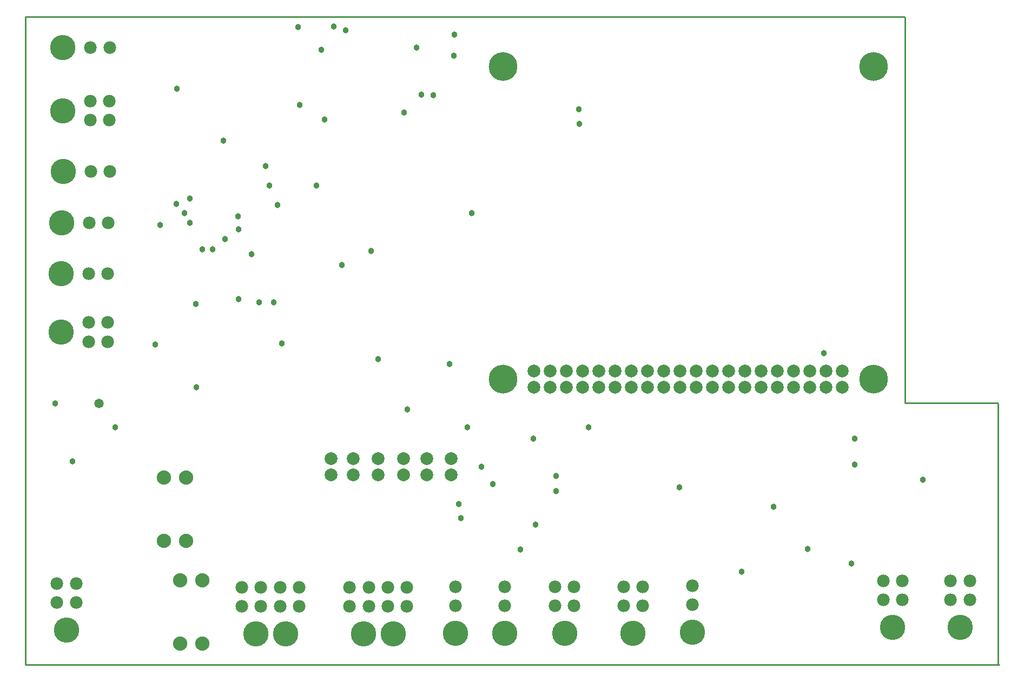
<source format=gbs>
G04*
G04 #@! TF.GenerationSoftware,Altium Limited,Altium Designer,21.8.1 (53)*
G04*
G04 Layer_Color=16711935*
%FSLAX25Y25*%
%MOIN*%
G70*
G04*
G04 #@! TF.SameCoordinates,493B7DAD-148D-4575-8712-330FBA686758*
G04*
G04*
G04 #@! TF.FilePolarity,Negative*
G04*
G01*
G75*
%ADD10C,0.01000*%
%ADD58C,0.03800*%
%ADD79C,0.07880*%
%ADD80C,0.17729*%
%ADD81C,0.07800*%
%ADD82C,0.15600*%
%ADD83C,0.08800*%
%ADD84C,0.07887*%
%ADD85C,0.05800*%
D10*
Y399500D02*
X541500D01*
X542000Y399000D01*
Y161500D02*
Y399000D01*
Y161500D02*
X599000D01*
X599500Y161000D01*
Y500D02*
Y161000D01*
Y500D02*
X600000Y0D01*
X0D02*
X600000D01*
X0D02*
Y399500D01*
Y0D02*
X600000D01*
D58*
X509000Y62500D02*
D03*
X461000Y97500D02*
D03*
X264500Y388500D02*
D03*
X217500Y188500D02*
D03*
X261500Y185500D02*
D03*
X168000Y393000D02*
D03*
X281000Y122000D02*
D03*
X272500Y146500D02*
D03*
X115500Y256000D02*
D03*
X105000Y222500D02*
D03*
X179500Y295500D02*
D03*
X150500D02*
D03*
X153000Y223500D02*
D03*
X105500Y171000D02*
D03*
X109000Y256000D02*
D03*
X98000Y278500D02*
D03*
X155500Y283500D02*
D03*
X83000Y271000D02*
D03*
X123000Y262500D02*
D03*
X139500Y253000D02*
D03*
X144000Y223500D02*
D03*
X267000Y99000D02*
D03*
X101500Y287500D02*
D03*
X213000Y255000D02*
D03*
X131500Y225500D02*
D03*
X101500Y272500D02*
D03*
X93000Y284000D02*
D03*
X158000Y198000D02*
D03*
X80000Y197500D02*
D03*
X131500Y268500D02*
D03*
X275000Y278500D02*
D03*
X131000Y276500D02*
D03*
X288000Y111500D02*
D03*
X441500Y57500D02*
D03*
X341500Y333500D02*
D03*
X341000Y342500D02*
D03*
X511000Y139500D02*
D03*
X553000Y114000D02*
D03*
X264000Y375500D02*
D03*
X482000Y71500D02*
D03*
X268500Y90500D02*
D03*
X314500Y86500D02*
D03*
X305000Y71000D02*
D03*
X190000Y393500D02*
D03*
X184500Y336000D02*
D03*
X195000Y246500D02*
D03*
X169000Y345000D02*
D03*
X93500Y355000D02*
D03*
X148000Y307500D02*
D03*
X122000Y323000D02*
D03*
X55500Y146500D02*
D03*
X29000Y125500D02*
D03*
X492000Y192000D02*
D03*
X197500Y391000D02*
D03*
X313000Y139500D02*
D03*
X244000Y351500D02*
D03*
X241000Y380500D02*
D03*
X233500Y340500D02*
D03*
X235500Y157500D02*
D03*
X347000Y146500D02*
D03*
X327000Y116500D02*
D03*
X182500Y379000D02*
D03*
X403000Y109500D02*
D03*
X327000Y107000D02*
D03*
X251500Y351000D02*
D03*
X511000Y123500D02*
D03*
X18500Y161000D02*
D03*
D79*
X403500Y171000D02*
D03*
X423500D02*
D03*
Y181000D02*
D03*
X413500Y171000D02*
D03*
Y181000D02*
D03*
X503500D02*
D03*
X493500D02*
D03*
X483500D02*
D03*
X473500D02*
D03*
X463500D02*
D03*
X453500D02*
D03*
X443500D02*
D03*
X433500D02*
D03*
X403500D02*
D03*
X393500D02*
D03*
X383500D02*
D03*
X373500D02*
D03*
X363500D02*
D03*
X353500D02*
D03*
X343500D02*
D03*
X333500D02*
D03*
X323500D02*
D03*
X313500D02*
D03*
X503500Y171000D02*
D03*
X493500D02*
D03*
X483500D02*
D03*
X473500D02*
D03*
X463500D02*
D03*
X453500D02*
D03*
X443500D02*
D03*
X433500D02*
D03*
X393500D02*
D03*
X383500D02*
D03*
X373500D02*
D03*
X363500D02*
D03*
X353500D02*
D03*
X343500D02*
D03*
X333500D02*
D03*
X323500D02*
D03*
X313500D02*
D03*
D80*
X522674Y176000D02*
D03*
X294327D02*
D03*
Y368913D02*
D03*
X522674D02*
D03*
D81*
X199900Y47800D02*
D03*
X211700D02*
D03*
Y36000D02*
D03*
X199900D02*
D03*
X223500D02*
D03*
X235300D02*
D03*
Y47800D02*
D03*
X223500D02*
D03*
X50800Y211000D02*
D03*
Y199200D02*
D03*
X39000Y211000D02*
D03*
Y199200D02*
D03*
Y241000D02*
D03*
X50800D02*
D03*
X540500Y40000D02*
D03*
X528700D02*
D03*
X540500Y51800D02*
D03*
X528700D02*
D03*
X295500Y36500D02*
D03*
Y48300D02*
D03*
X51800Y347500D02*
D03*
Y335700D02*
D03*
X40000Y347500D02*
D03*
Y335700D02*
D03*
X326500Y48300D02*
D03*
X338300D02*
D03*
X326500Y36500D02*
D03*
X338300D02*
D03*
X39500Y272500D02*
D03*
X51300D02*
D03*
X368700Y48300D02*
D03*
X380500D02*
D03*
X368700Y36500D02*
D03*
X380500D02*
D03*
X570200Y51800D02*
D03*
X582000D02*
D03*
X570200Y40000D02*
D03*
X582000D02*
D03*
X133500Y47800D02*
D03*
X145300D02*
D03*
Y36000D02*
D03*
X133500D02*
D03*
X157100D02*
D03*
X168900D02*
D03*
Y47800D02*
D03*
X157100D02*
D03*
X19600Y50300D02*
D03*
X31400D02*
D03*
X19600Y38500D02*
D03*
X31400D02*
D03*
X40500Y304000D02*
D03*
X52300D02*
D03*
X265000Y36500D02*
D03*
Y48300D02*
D03*
X411000Y37000D02*
D03*
Y48800D02*
D03*
X40200Y380500D02*
D03*
X52000D02*
D03*
D82*
X208400Y19000D02*
D03*
X226900D02*
D03*
X22000Y205100D02*
D03*
Y241000D02*
D03*
X534600Y23000D02*
D03*
X295500Y19500D02*
D03*
X23000Y341600D02*
D03*
X332400Y19500D02*
D03*
X22500Y272500D02*
D03*
X374600Y19500D02*
D03*
X576100Y23000D02*
D03*
X142000Y19000D02*
D03*
X160500D02*
D03*
X25500Y21500D02*
D03*
X23500Y304000D02*
D03*
X265000Y19500D02*
D03*
X411000Y20000D02*
D03*
X23200Y380500D02*
D03*
D83*
X109000Y13000D02*
D03*
Y52000D02*
D03*
X95500D02*
D03*
Y13000D02*
D03*
X85500Y115500D02*
D03*
Y76500D02*
D03*
X99000D02*
D03*
Y115500D02*
D03*
D84*
X202000Y127000D02*
D03*
Y117000D02*
D03*
X247500D02*
D03*
Y127000D02*
D03*
X188500D02*
D03*
Y117000D02*
D03*
X217500Y127000D02*
D03*
Y117000D02*
D03*
X262500D02*
D03*
Y127000D02*
D03*
X233000D02*
D03*
Y117000D02*
D03*
D85*
X45500Y161000D02*
D03*
M02*

</source>
